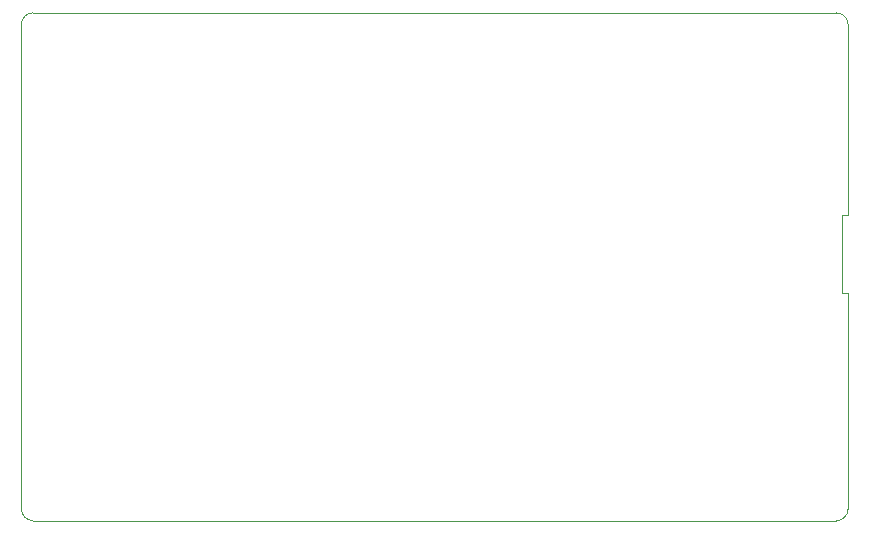
<source format=gm1>
G04 #@! TF.GenerationSoftware,KiCad,Pcbnew,(5.0.2)-1*
G04 #@! TF.CreationDate,2019-02-18T12:49:20+08:00*
G04 #@! TF.ProjectId,DTU-Air720D,4454552d-4169-4723-9732-30442e6b6963,rev?*
G04 #@! TF.SameCoordinates,Original*
G04 #@! TF.FileFunction,Profile,NP*
%FSLAX46Y46*%
G04 Gerber Fmt 4.6, Leading zero omitted, Abs format (unit mm)*
G04 Created by KiCad (PCBNEW (5.0.2)-1) date 2019/2/18 12:49:20*
%MOMM*%
%LPD*%
G01*
G04 APERTURE LIST*
%ADD10C,0.100000*%
G04 APERTURE END LIST*
D10*
X170000000Y-80700000D02*
X170000000Y-99000000D01*
X170000000Y-74100000D02*
X170000000Y-58000000D01*
X169500000Y-80700000D02*
X170000000Y-80700000D01*
X169500000Y-74100000D02*
X169500000Y-80700000D01*
X170000000Y-74100000D02*
X169500000Y-74100000D01*
X101000000Y-100000000D02*
G75*
G02X100000000Y-99000000I0J1000000D01*
G01*
X170000000Y-99000000D02*
G75*
G02X169000000Y-100000000I-1000000J0D01*
G01*
X169000000Y-57000000D02*
G75*
G02X170000000Y-58000000I0J-1000000D01*
G01*
X100000000Y-58000000D02*
G75*
G02X101000000Y-57000000I1000000J0D01*
G01*
X100000000Y-58000000D02*
X100000000Y-99000000D01*
X169000000Y-57000000D02*
X101000000Y-57000000D01*
X101000000Y-100000000D02*
X169000000Y-100000000D01*
M02*

</source>
